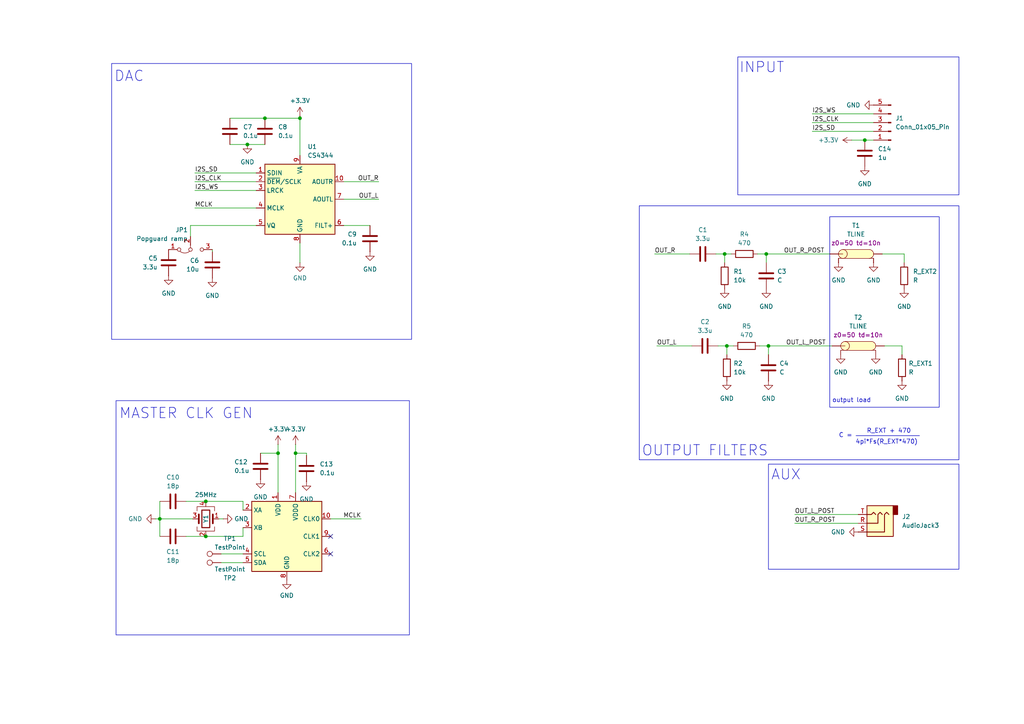
<source format=kicad_sch>
(kicad_sch (version 20231120) (generator "eeschema") (generator_version "8.0")
  (paper "A4")
  (lib_symbols
    (symbol "Audio:CS4344"
      (property "Reference" "U" (at -10.16 11.43 0))
      (property "Value" "CS4344" (at 6.35 11.43 0))
      (symbol "CS4344_0_1"
        (rectangle (start -10.16 10.16) (end 10.16 -10.16) (stroke (width 0.254)) (fill (type background)))
      )
      (symbol "CS4344_1_1"
        (pin input line (at -12.7 7.62 0) (length 2.54) (name "SDIN") (number "1"))
        (pin output line (at 12.7 5.08 180) (length 2.54) (name "AOUTR") (number "10"))
        (pin input line (at -12.7 5.08 0) (length 2.54) (name "~{DEM}/SCLK") (number "2"))
        (pin input line (at -12.7 2.54 0) (length 2.54) (name "LRCK") (number "3"))
        (pin input line (at -12.7 -2.54 0) (length 2.54) (name "MCLK") (number "4"))
        (pin output line (at -12.7 -7.62 0) (length 2.54) (name "VQ") (number "5"))
        (pin output line (at 12.7 -7.62 180) (length 2.54) (name "FILT+") (number "6"))
        (pin output line (at 12.7 0 180) (length 2.54) (name "AOUTL") (number "7"))
        (pin power_in line (at 0 -12.7 90) (length 2.54) (name "GND") (number "8"))
        (pin power_in line (at 0 12.7 270) (length 2.54) (name "VA") (number "9"))
      )
    )
    (symbol "Connector:Conn_01x05_Pin" (pin_names (offset 1.016) hide)
      (property "Reference" "J" (at 0 7.62 0))
      (property "Value" "Conn_01x05_Pin" (at 0 -7.62 0))
      (symbol "Conn_01x05_Pin_1_1"
        (polyline (pts (xy 1.27 -5.08) (xy 0.8636 -5.08)) (stroke (width 0.1524)))
        (polyline (pts (xy 1.27 -2.54) (xy 0.8636 -2.54)) (stroke (width 0.1524)))
        (polyline (pts (xy 1.27 0) (xy 0.8636 0)) (stroke (width 0.1524)))
        (polyline (pts (xy 1.27 2.54) (xy 0.8636 2.54)) (stroke (width 0.1524)))
        (polyline (pts (xy 1.27 5.08) (xy 0.8636 5.08)) (stroke (width 0.1524)))
        (rectangle (start 0.8636 -4.953) (end 0 -5.207) (stroke (width 0.1524)) (fill (type outline)))
        (rectangle (start 0.8636 -2.413) (end 0 -2.667) (stroke (width 0.1524)) (fill (type outline)))
        (rectangle (start 0.8636 0.127) (end 0 -0.127) (stroke (width 0.1524)) (fill (type outline)))
        (rectangle (start 0.8636 2.667) (end 0 2.413) (stroke (width 0.1524)) (fill (type outline)))
        (rectangle (start 0.8636 5.207) (end 0 4.953) (stroke (width 0.1524)) (fill (type outline)))
        (pin passive line (at 5.08 5.08 180) (length 3.81) (name "Pin_1") (number "1"))
        (pin passive line (at 5.08 2.54 180) (length 3.81) (name "Pin_2") (number "2"))
        (pin passive line (at 5.08 0 180) (length 3.81) (name "Pin_3") (number "3"))
        (pin passive line (at 5.08 -2.54 180) (length 3.81) (name "Pin_4") (number "4"))
        (pin passive line (at 5.08 -5.08 180) (length 3.81) (name "Pin_5") (number "5"))
      )
    )
    (symbol "Connector:TestPoint" (pin_numbers hide) (pin_names (offset 0.762) hide)
      (property "Reference" "TP" (at 0 6.858 0))
      (property "Value" "TestPoint" (at 0 5.08 0))
      (symbol "TestPoint_0_1"
        (circle (center 0 3.302) (radius 0.762))
      )
      (symbol "TestPoint_1_1"
        (pin passive line (at 0 0 90) (length 2.54) (name "1") (number "1"))
      )
    )
    (symbol "Connector_Audio:AudioJack3"
      (property "Reference" "J" (at 0 8.89 0))
      (property "Value" "AudioJack3" (at 0 6.35 0))
      (symbol "AudioJack3_0_1"
        (rectangle (start -5.08 -5.08) (end -6.35 -2.54) (stroke (width 0.254)) (fill (type outline)))
        (polyline (pts (xy 0 -2.54) (xy 0.635 -3.175) (xy 1.27 -2.54) (xy 2.54 -2.54)) (stroke (width 0.254)))
        (polyline (pts (xy -1.905 -2.54) (xy -1.27 -3.175) (xy -0.635 -2.54) (xy -0.635 0) (xy 2.54 0)) (stroke (width 0.254)))
        (polyline (pts (xy 2.54 2.54) (xy -2.54 2.54) (xy -2.54 -2.54) (xy -3.175 -3.175) (xy -3.81 -2.54)) (stroke (width 0.254)))
        (rectangle (start 2.54 3.81) (end -5.08 -5.08) (stroke (width 0.254)) (fill (type background)))
      )
      (symbol "AudioJack3_1_1"
        (pin passive line (at 5.08 0 180) (length 2.54) (name "~") (number "R"))
        (pin passive line (at 5.08 2.54 180) (length 2.54) (name "~") (number "S"))
        (pin passive line (at 5.08 -2.54 180) (length 2.54) (name "~") (number "T"))
      )
    )
    (symbol "Device:C" (pin_numbers hide) (pin_names (offset 0.254))
      (property "Reference" "C" (at 0.635 2.54 0))
      (property "Value" "C" (at 0.635 -2.54 0))
      (symbol "C_0_1"
        (polyline (pts (xy -2.032 -0.762) (xy 2.032 -0.762)) (stroke (width 0.508)))
        (polyline (pts (xy -2.032 0.762) (xy 2.032 0.762)) (stroke (width 0.508)))
      )
      (symbol "C_1_1"
        (pin passive line (at 0 3.81 270) (length 2.794) (name "~") (number "1"))
        (pin passive line (at 0 -3.81 90) (length 2.794) (name "~") (number "2"))
      )
    )
    (symbol "Device:Crystal_GND24" (pin_names (offset 1.016) hide)
      (property "Reference" "Y" (at 3.175 5.08 0))
      (property "Value" "Crystal_GND24" (at 3.175 3.175 0))
      (symbol "Crystal_GND24_0_1"
        (rectangle (start -1.143 2.54) (end 1.143 -2.54) (stroke (width 0.3048)))
        (polyline (pts (xy -2.54 0) (xy -2.032 0)))
        (polyline (pts (xy -2.032 -1.27) (xy -2.032 1.27)) (stroke (width 0.508)))
        (polyline (pts (xy 0 -3.81) (xy 0 -3.556)))
        (polyline (pts (xy 0 3.556) (xy 0 3.81)))
        (polyline (pts (xy 2.032 -1.27) (xy 2.032 1.27)) (stroke (width 0.508)))
        (polyline (pts (xy 2.032 0) (xy 2.54 0)))
        (polyline (pts (xy -2.54 -2.286) (xy -2.54 -3.556) (xy 2.54 -3.556) (xy 2.54 -2.286)))
        (polyline (pts (xy -2.54 2.286) (xy -2.54 3.556) (xy 2.54 3.556) (xy 2.54 2.286)))
      )
      (symbol "Crystal_GND24_1_1"
        (pin passive line (at -3.81 0 0) (length 1.27) (name "1") (number "1"))
        (pin passive line (at 0 5.08 270) (length 1.27) (name "2") (number "2"))
        (pin passive line (at 3.81 0 180) (length 1.27) (name "3") (number "3"))
        (pin passive line (at 0 -5.08 90) (length 1.27) (name "4") (number "4"))
      )
    )
    (symbol "Device:R" (pin_numbers hide) (pin_names (offset 0))
      (property "Reference" "R" (at 2.032 0 90))
      (property "Value" "R" (at 0 0 90))
      (symbol "R_0_1"
        (rectangle (start -1.016 -2.54) (end 1.016 2.54) (stroke (width 0.254)))
      )
      (symbol "R_1_1"
        (pin passive line (at 0 3.81 270) (length 1.27) (name "~") (number "1"))
        (pin passive line (at 0 -3.81 90) (length 1.27) (name "~") (number "2"))
      )
    )
    (symbol "Jumper:Jumper_3_Bridged12" (pin_names (offset 0) hide)
      (property "Reference" "JP" (at -2.54 -2.54 0))
      (property "Value" "Jumper_3_Bridged12" (at 0 2.794 0))
      (symbol "Jumper_3_Bridged12_0_0"
        (circle (center -3.302 0) (radius 0.508))
        (circle (center 0 0) (radius 0.508))
        (circle (center 3.302 0) (radius 0.508))
      )
      (symbol "Jumper_3_Bridged12_0_1"
        (arc (start -0.254 0.508) (mid -1.651 0.9912) (end -3.048 0.508))
        (polyline (pts (xy 0 -1.27) (xy 0 -0.508)))
      )
      (symbol "Jumper_3_Bridged12_1_1"
        (pin passive line (at -6.35 0 0) (length 2.54) (name "A") (number "1"))
        (pin passive line (at 0 -3.81 90) (length 2.54) (name "C") (number "2"))
        (pin passive line (at 6.35 0 180) (length 2.54) (name "B") (number "3"))
      )
    )
    (symbol "Oscillator:Si5351A-B-GT"
      (property "Reference" "U" (at -8.89 11.43 0))
      (property "Value" "Si5351A-B-GT" (at -12.7 -12.7 0))
      (symbol "Si5351A-B-GT_0_1"
        (rectangle (start -10.16 10.16) (end 10.16 -10.16) (stroke (width 0.254)) (fill (type background)))
      )
      (symbol "Si5351A-B-GT_1_1"
        (pin power_in line (at -2.54 12.7 270) (length 2.54) (name "VDD") (number "1"))
        (pin output line (at 12.7 5.08 180) (length 2.54) (name "CLK0") (number "10"))
        (pin input line (at -12.7 7.62 0) (length 2.54) (name "XA") (number "2"))
        (pin input line (at -12.7 2.54 0) (length 2.54) (name "XB") (number "3"))
        (pin input line (at -12.7 -5.08 0) (length 2.54) (name "SCL") (number "4"))
        (pin bidirectional line (at -12.7 -7.62 0) (length 2.54) (name "SDA") (number "5"))
        (pin output line (at 12.7 -5.08 180) (length 2.54) (name "CLK2") (number "6"))
        (pin power_in line (at 2.54 12.7 270) (length 2.54) (name "VDDO") (number "7"))
        (pin power_in line (at 0 -12.7 90) (length 2.54) (name "GND") (number "8"))
        (pin output line (at 12.7 0 180) (length 2.54) (name "CLK1") (number "9"))
      )
    )
    (symbol "Simulation_SPICE:TLINE" (pin_numbers hide) (in_bom no) (on_board no)
      (property "Reference" "T" (at 0 7.62 0))
      (property "Value" "TLINE" (at 0 5.08 0))
      (property "Sim.Params" "z0=50 td=10n" (at 0 2.54 0))
      (symbol "TLINE_0_1"
        (circle (center -3.81 0) (radius 1.27))
        (circle (center -3.81 0) (radius 1.27) (stroke (width -0.0001)) (fill (type background)))
        (rectangle (start -3.81 1.27) (end 3.81 -1.27) (stroke (width -0.0001)) (fill (type background)))
        (polyline (pts (xy -5.08 -1.27) (xy 3.81 -1.27)))
        (polyline (pts (xy -3.81 0) (xy -5.08 0)))
        (polyline (pts (xy -3.81 1.27) (xy 3.81 1.27)))
        (polyline (pts (xy 5.08 -1.27) (xy 3.81 -1.27)))
        (circle (center 3.81 0) (radius 1.27) (stroke (width -0.0001)) (fill (type background)))
        (arc (start 3.8776 -1.27) (mid 5.0818 0) (end 3.8776 1.27))
      )
      (symbol "TLINE_1_1"
        (pin passive line (at -7.62 0 0) (length 2.54) (name "") (number "1"))
        (pin passive line (at -5.08 -2.54 90) (length 1.27) (name "") (number "2"))
        (pin passive line (at 7.62 0 180) (length 2.54) (name "") (number "3"))
        (pin passive line (at 5.08 -2.54 90) (length 1.27) (name "") (number "4"))
      )
    )
    (symbol "power:+3.3V" (power) (pin_numbers hide) (pin_names (offset 0) hide)
      (property "Value" "+3.3V" (at 0 3.556 0))
      (symbol "+3.3V_0_1"
        (polyline (pts (xy -0.762 1.27) (xy 0 2.54)))
        (polyline (pts (xy 0 0) (xy 0 2.54)))
        (polyline (pts (xy 0 2.54) (xy 0.762 1.27)))
      )
      (symbol "+3.3V_1_1"
        (pin power_in line (at 0 0 90) (length 0) (name "~") (number "1"))
      )
    )
    (symbol "power:GND" (power) (pin_numbers hide) (pin_names (offset 0) hide)
      (property "Value" "GND" (at 0 -3.81 0))
      (symbol "GND_0_1"
        (polyline (pts (xy 0 0) (xy 0 -1.27) (xy 1.27 -1.27) (xy 0 -2.54) (xy -1.27 -1.27) (xy 0 -1.27)))
      )
      (symbol "GND_1_1"
        (pin power_in line (at 0 0 270) (length 0) (name "~") (number "1"))
      )
    )
  )
  (junction (at 59.69 155.575))
  (junction (at 222.885 100.33))
  (junction (at 210.82 100.33))
  (junction (at 222.25 73.66))
  (junction (at 59.69 145.415))
  (junction (at 71.755 41.91))
  (junction (at 250.825 40.64))
  (junction (at 86.995 34.29))
  (junction (at 46.355 150.495))
  (junction (at 210.185 73.66))
  (junction (at 76.835 34.29))
  (junction (at 85.725 131.445))
  (junction (at 80.645 131.445))
  (no_connect (at 95.885 160.655))
  (no_connect (at 95.885 155.575))
  (wire (pts (xy 261.62 102.87) (xy 261.62 100.33)))
  (wire (pts (xy 66.675 34.29) (xy 76.835 34.29)))
  (wire (pts (xy 85.725 131.445) (xy 85.725 142.875)))
  (wire (pts (xy 235.585 33.02) (xy 253.365 33.02)))
  (wire (pts (xy 64.135 160.655) (xy 70.485 160.655)))
  (wire (pts (xy 53.975 155.575) (xy 59.69 155.575)))
  (wire (pts (xy 64.135 163.195) (xy 70.485 163.195)))
  (wire (pts (xy 247.015 40.64) (xy 250.825 40.64)))
  (wire (pts (xy 55.245 65.405) (xy 74.295 65.405)))
  (wire (pts (xy 46.355 150.495) (xy 46.355 145.415)))
  (wire (pts (xy 220.345 100.33) (xy 222.885 100.33)))
  (wire (pts (xy 222.25 73.66) (xy 240.665 73.66)))
  (wire (pts (xy 76.835 34.29) (xy 86.995 34.29)))
  (wire (pts (xy 71.755 41.91) (xy 76.835 41.91)))
  (wire (pts (xy 210.185 73.66) (xy 212.09 73.66)))
  (wire (pts (xy 59.69 145.415) (xy 70.485 145.415)))
  (wire (pts (xy 55.245 68.58) (xy 55.245 65.405)))
  (wire (pts (xy 107.315 65.405) (xy 99.695 65.405)))
  (wire (pts (xy 200.025 73.66) (xy 189.865 73.66)))
  (wire (pts (xy 210.82 100.33) (xy 210.82 102.87)))
  (wire (pts (xy 222.885 100.33) (xy 241.3 100.33)))
  (wire (pts (xy 85.725 128.905) (xy 85.725 131.445)))
  (wire (pts (xy 210.82 100.33) (xy 212.725 100.33)))
  (wire (pts (xy 70.485 155.575) (xy 70.485 153.035)))
  (wire (pts (xy 207.645 73.66) (xy 210.185 73.66)))
  (wire (pts (xy 230.505 151.765) (xy 248.92 151.765)))
  (wire (pts (xy 56.515 55.245) (xy 74.295 55.245)))
  (wire (pts (xy 53.975 145.415) (xy 59.69 145.415)))
  (wire (pts (xy 46.355 150.495) (xy 46.355 155.575)))
  (wire (pts (xy 200.66 100.33) (xy 190.5 100.33)))
  (wire (pts (xy 86.995 76.2) (xy 86.995 70.485)))
  (wire (pts (xy 80.645 131.445) (xy 80.645 142.875)))
  (wire (pts (xy 66.675 41.91) (xy 71.755 41.91)))
  (wire (pts (xy 210.185 73.66) (xy 210.185 76.2)))
  (wire (pts (xy 61.595 73.025) (xy 61.595 72.39)))
  (wire (pts (xy 45.085 150.495) (xy 46.355 150.495)))
  (wire (pts (xy 86.995 34.29) (xy 86.995 45.085)))
  (wire (pts (xy 80.645 131.445) (xy 75.565 131.445)))
  (wire (pts (xy 56.515 60.325) (xy 74.295 60.325)))
  (wire (pts (xy 222.25 73.66) (xy 222.25 76.2)))
  (wire (pts (xy 208.28 100.33) (xy 210.82 100.33)))
  (wire (pts (xy 262.255 76.2) (xy 262.255 73.66)))
  (wire (pts (xy 219.71 73.66) (xy 222.25 73.66)))
  (wire (pts (xy 56.515 52.705) (xy 74.295 52.705)))
  (polyline (pts (xy 248.285 126.365) (xy 266.7 126.365)))
  (wire (pts (xy 46.355 150.495) (xy 55.88 150.495)))
  (wire (pts (xy 99.695 57.785) (xy 109.855 57.785)))
  (wire (pts (xy 95.885 150.495) (xy 104.775 150.495)))
  (wire (pts (xy 99.695 52.705) (xy 109.855 52.705)))
  (wire (pts (xy 56.515 50.165) (xy 74.295 50.165)))
  (wire (pts (xy 80.645 128.905) (xy 80.645 131.445)))
  (wire (pts (xy 63.5 150.495) (xy 64.77 150.495)))
  (wire (pts (xy 222.885 100.33) (xy 222.885 102.87)))
  (wire (pts (xy 86.995 33.655) (xy 86.995 34.29)))
  (wire (pts (xy 70.485 147.955) (xy 70.485 145.415)))
  (wire (pts (xy 235.585 38.1) (xy 253.365 38.1)))
  (wire (pts (xy 59.69 155.575) (xy 70.485 155.575)))
  (wire (pts (xy 250.825 40.64) (xy 253.365 40.64)))
  (wire (pts (xy 235.585 35.56) (xy 253.365 35.56)))
  (wire (pts (xy 262.255 73.66) (xy 255.905 73.66)))
  (wire (pts (xy 230.505 149.225) (xy 248.92 149.225)))
  (wire (pts (xy 85.725 131.445) (xy 88.9 131.445)))
  (wire (pts (xy 261.62 100.33) (xy 256.54 100.33)))
  (wire (pts (xy 88.9 131.445) (xy 88.9 132.08)))
  (rectangle (start 185.42 59.69) (end 278.13 133.35))
  (rectangle (start 32.385 18.415) (end 119.38 98.425))
  (rectangle (start 33.655 116.205) (end 118.745 184.15))
  (rectangle (start 240.665 62.865) (end 272.415 118.11))
  (rectangle (start 222.885 134.62) (end 278.13 165.1))
  (rectangle (start 213.995 16.51) (end 278.13 56.515))
  (text "OUTPUT FILTERS" (at 204.47 130.81 0) (effects (font (size 3 3))))
  (text "4pi*Fs(R_EXT*470)" (at 257.175 128.27 0) (effects (font (size 1.27 1.27))))
  (text "output load" (at 247.015 116.205 0) (effects (font (size 1.27 1.27))))
  (text "DAC" (at 37.465 22.225 0) (effects (font (size 3 3))))
  (text "AUX" (at 227.965 137.795 0) (effects (font (size 3 3))))
  (text "C = \n" (at 245.745 126.365 0) (effects (font (size 1.27 1.27))))
  (text "INPUT" (at 220.98 19.685 0) (effects (font (size 3 3))))
  (text "R_EXT + 470" (at 257.81 125.095 0) (effects (font (size 1.27 1.27))))
  (text "MASTER CLK GEN" (at 53.975 120.015 0) (effects (font (size 3 3))))
  (label "I2S_SD" (at 235.585 38.1 0))
  (label "I2S_WS" (at 56.515 55.245 0))
  (label "MCLK" (at 56.515 60.325 0))
  (label "OUT_R_POST" (at 227.33 73.66 0))
  (label "I2S_CLK" (at 235.585 35.56 0))
  (label "OUT_R_POST" (at 230.505 151.765 0))
  (label "I2S_SD" (at 56.515 50.165 0))
  (label "OUT_R" (at 189.865 73.66 0))
  (label "OUT_L_POST" (at 230.505 149.225 0))
  (label "MCLK" (at 104.775 150.495 180))
  (label "OUT_L_POST" (at 227.965 100.33 0))
  (label "I2S_CLK" (at 56.515 52.705 0))
  (label "OUT_L" (at 190.5 100.33 0))
  (label "OUT_L" (at 109.855 57.785 180))
  (label "OUT_R" (at 109.855 52.705 180))
  (label "I2S_WS" (at 235.585 33.02 0))
  (symbol (lib_id "power:GND") (at 248.92 154.305 270) (unit 1)
    (property "Reference" "#PWR07" (effects (hide yes)))
    (property "Value" "GND" (at 245.11 154.3049 90) (effects (justify right)))
    (property "Description" "Power symbol creates a global label with name \"GND\" , ground" (effects (hide yes)))
  )
  (symbol (lib_id "Device:C") (at 250.825 44.45 0) (unit 1)
    (property "Reference" "C14" (at 254.635 43.1799 0) (effects (justify left)))
    (property "Value" "1u" (at 254.635 45.7199 0) (effects (justify left)))
    (property "Footprint" "Capacitor_SMD:C_0805_2012Metric" (effects (hide yes)))
    (property "Description" "Unpolarized capacitor" (effects (hide yes)))
  )
  (symbol (lib_id "power:GND") (at 48.895 80.01 0) (mirror y) (unit 1)
    (property "Reference" "#PWR014" (effects (hide yes)))
    (property "Value" "GND" (at 48.895 85.09 0))
    (property "Description" "Power symbol creates a global label with name \"GND\" , ground" (effects (hide yes)))
  )
  (symbol (lib_id "Device:C") (at 107.315 69.215 0) (mirror y) (unit 1)
    (property "Reference" "C9" (at 103.505 67.9449 0) (effects (justify left)))
    (property "Value" "0.1u" (at 103.505 70.4849 0) (effects (justify left)))
    (property "Footprint" "Capacitor_SMD:C_0805_2012Metric" (effects (hide yes)))
    (property "Description" "Unpolarized capacitor" (effects (hide yes)))
  )
  (symbol (lib_id "power:GND") (at 250.825 48.26 0) (unit 1)
    (property "Reference" "#PWR027" (effects (hide yes)))
    (property "Value" "GND" (at 250.825 53.34 0))
    (property "Description" "Power symbol creates a global label with name \"GND\" , ground" (effects (hide yes)))
  )
  (symbol (lib_id "Simulation_SPICE:TLINE") (at 248.285 73.66 0) (unit 1) (in_bom no) (on_board no)
    (property "Reference" "T1" (at 248.2859 65.405 0))
    (property "Value" "TLINE" (at 248.2859 67.945 0))
    (property "Footprint" "_" (effects (hide yes)))
    (property "Datasheet" "https://ngspice.sourceforge.io/docs/ngspice-html-manual/manual.xhtml#sec_Lossless_Transmission_Lines" (effects (hide yes)))
    (property "Description" "Lossless transmission line, for simulation only" (effects (hide yes)))
    (property "Sim.Device" "TLINE" (effects (hide yes)))
    (property "Sim.Pins" "1=1+ 2=1- 3=2+ 4=2-" (effects (hide yes)))
    (property "Sim.Params" "z0=50 td=10n" (at 248.2859 70.485 0))
  )
  (symbol (lib_id "power:GND") (at 75.565 139.065 0) (unit 1)
    (property "Reference" "#PWR022" (effects (hide yes)))
    (property "Value" "GND" (at 75.565 144.145 0))
    (property "Description" "Power symbol creates a global label with name \"GND\" , ground" (effects (hide yes)))
  )
  (symbol (lib_id "Device:C") (at 61.595 76.835 0) (mirror y) (unit 1)
    (property "Reference" "C6" (at 57.785 75.5649 0) (effects (justify left)))
    (property "Value" "10u" (at 57.785 78.1049 0) (effects (justify left)))
    (property "Footprint" "Capacitor_SMD:C_0805_2012Metric" (effects (hide yes)))
    (property "Description" "Unpolarized capacitor" (effects (hide yes)))
  )
  (symbol (lib_id "Device:C") (at 204.47 100.33 270) (unit 1)
    (property "Reference" "C2" (at 204.47 93.345 90))
    (property "Value" "3.3u" (at 204.47 95.885 90))
    (property "Footprint" "Capacitor_SMD:C_0805_2012Metric" (effects (hide yes)))
    (property "Description" "Unpolarized capacitor" (effects (hide yes)))
  )
  (symbol (lib_id "power:+3.3V") (at 86.995 33.655 0) (unit 1)
    (property "Reference" "#PWR017" (effects (hide yes)))
    (property "Value" "+3.3V" (at 86.995 29.21 0))
    (property "Description" "Power symbol creates a global label with name \"+3.3V\"" (effects (hide yes)))
  )
  (symbol (lib_id "Device:R") (at 261.62 106.68 0) (unit 1)
    (property "Reference" "R_EXT1" (at 263.525 105.4099 0) (effects (justify left)))
    (property "Value" "R" (at 263.525 107.9499 0) (effects (justify left)))
    (property "Description" "Resistor" (effects (hide yes)))
  )
  (symbol (lib_id "Device:C") (at 88.9 135.89 0) (unit 1)
    (property "Reference" "C13" (at 92.71 134.6199 0) (effects (justify left)))
    (property "Value" "0.1u" (at 92.71 137.1599 0) (effects (justify left)))
    (property "Footprint" "Capacitor_SMD:C_0805_2012Metric" (effects (hide yes)))
    (property "Description" "Unpolarized capacitor" (effects (hide yes)))
  )
  (symbol (lib_id "Device:C") (at 203.835 73.66 270) (unit 1)
    (property "Reference" "C1" (at 203.835 66.675 90))
    (property "Value" "3.3u" (at 203.835 69.215 90))
    (property "Footprint" "Capacitor_SMD:C_0805_2012Metric" (effects (hide yes)))
    (property "Description" "Unpolarized capacitor" (effects (hide yes)))
  )
  (symbol (lib_id "power:GND") (at 61.595 80.645 0) (mirror y) (unit 1)
    (property "Reference" "#PWR015" (effects (hide yes)))
    (property "Value" "GND" (at 61.595 85.725 0))
    (property "Description" "Power symbol creates a global label with name \"GND\" , ground" (effects (hide yes)))
  )
  (symbol (lib_id "Audio:CS4344") (at 86.995 57.785 0) (unit 1)
    (property "Reference" "U1" (at 89.1891 42.545 0) (effects (justify left)))
    (property "Value" "CS4344" (at 89.1891 45.085 0) (effects (justify left)))
    (property "Footprint" "Package_SO:TSSOP-10_3x3mm_P0.5mm" (effects (hide yes)))
    (property "Datasheet" "https://statics.cirrus.com/pubs/proDatasheet/CS4344-45-48_F2.pdf" (effects (hide yes)))
    (property "Description" "16 to 24-Bit, 192 kHz Stereo D/A Converter, I2S Audio Format, TSSOP-10" (effects (hide yes)))
  )
  (symbol (lib_id "power:GND") (at 253.365 30.48 270) (unit 1)
    (property "Reference" "#PWR01" (effects (hide yes)))
    (property "Value" "GND" (at 249.555 30.4799 90) (effects (justify right)))
    (property "Description" "Power symbol creates a global label with name \"GND\" , ground" (effects (hide yes)))
  )
  (symbol (lib_id "power:GND") (at 45.085 150.495 270) (unit 1)
    (property "Reference" "#PWR020" (effects (hide yes)))
    (property "Value" "GND" (at 41.275 150.4949 90) (effects (justify right)))
    (property "Description" "Power symbol creates a global label with name \"GND\" , ground" (effects (hide yes)))
  )
  (symbol (lib_id "power:GND") (at 71.755 41.91 0) (unit 1)
    (property "Reference" "#PWR016" (effects (hide yes)))
    (property "Value" "GND" (at 71.755 46.99 0))
    (property "Description" "Power symbol creates a global label with name \"GND\" , ground" (effects (hide yes)))
  )
  (symbol (lib_id "power:GND") (at 86.995 76.2 0) (unit 1)
    (property "Reference" "#PWR018" (effects (hide yes)))
    (property "Value" "GND" (at 86.995 80.645 0))
    (property "Description" "Power symbol creates a global label with name \"GND\" , ground" (effects (hide yes)))
  )
  (symbol (lib_id "Device:Crystal_GND24") (at 59.69 150.495 180) (unit 1)
    (property "Reference" "Y1" (at 59.69 150.495 90))
    (property "Value" "25MHz" (at 59.69 143.51 0))
    (property "Footprint" "Crystal:Crystal_SMD_3225-4Pin_3.2x2.5mm" (effects (hide yes)))
    (property "Datasheet" "https://www.digikey.co.nz/en/products/detail/epson/TSX-3225-25-0000MF10P-C0/7430946" (effects (hide yes)))
    (property "Description" "Four pin crystal, GND on pins 2 and 4" (effects (hide yes)))
  )
  (symbol (lib_id "power:GND") (at 64.77 150.495 90) (unit 1)
    (property "Reference" "#PWR021" (effects (hide yes)))
    (property "Value" "GND" (at 67.945 150.4949 90) (effects (justify right)))
    (property "Description" "Power symbol creates a global label with name \"GND\" , ground" (effects (hide yes)))
  )
  (symbol (lib_id "power:GND") (at 107.315 73.025 0) (mirror y) (unit 1)
    (property "Reference" "#PWR019" (effects (hide yes)))
    (property "Value" "GND" (at 107.315 78.105 0))
    (property "Description" "Power symbol creates a global label with name \"GND\" , ground" (effects (hide yes)))
  )
  (symbol (lib_id "Device:C") (at 75.565 135.255 0) (unit 1)
    (property "Reference" "C12" (at 67.945 133.985 0) (effects (justify left)))
    (property "Value" "0.1u" (at 67.945 136.525 0) (effects (justify left)))
    (property "Footprint" "Capacitor_SMD:C_0805_2012Metric" (effects (hide yes)))
    (property "Description" "Unpolarized capacitor" (effects (hide yes)))
  )
  (symbol (lib_id "power:GND") (at 262.255 83.82 0) (unit 1)
    (property "Reference" "#PWR013" (effects (hide yes)))
    (property "Value" "GND" (at 262.255 88.9 0))
    (property "Description" "Power symbol creates a global label with name \"GND\" , ground" (effects (hide yes)))
  )
  (symbol (lib_id "Device:R") (at 216.535 100.33 90) (unit 1)
    (property "Reference" "R5" (at 216.535 94.615 90))
    (property "Value" "470" (at 216.535 97.155 90))
    (property "Footprint" "Resistor_SMD:R_0805_2012Metric" (effects (hide yes)))
    (property "Description" "Resistor" (effects (hide yes)))
  )
  (symbol (lib_id "Connector:TestPoint") (at 64.135 160.655 90) (unit 1)
    (property "Reference" "TP1" (at 66.675 156.21 90))
    (property "Value" "TestPoint" (at 66.675 158.75 90))
    (property "Footprint" "Connector_Wire:SolderWirePad_1x01_SMD_1x2mm" (effects (hide yes)))
    (property "Description" "test point" (effects (hide yes)))
  )
  (symbol (lib_id "Device:C") (at 76.835 38.1 0) (unit 1)
    (property "Reference" "C8" (at 80.645 36.8299 0) (effects (justify left)))
    (property "Value" "0.1u" (at 80.645 39.3699 0) (effects (justify left)))
    (property "Footprint" "Capacitor_SMD:C_0805_2012Metric" (effects (hide yes)))
    (property "Description" "Unpolarized capacitor" (effects (hide yes)))
  )
  (symbol (lib_id "power:GND") (at 210.185 83.82 0) (unit 1)
    (property "Reference" "#PWR02" (effects (hide yes)))
    (property "Value" "GND" (at 210.185 88.9 0))
    (property "Description" "Power symbol creates a global label with name \"GND\" , ground" (effects (hide yes)))
  )
  (symbol (lib_id "Device:R") (at 262.255 80.01 0) (unit 1)
    (property "Reference" "R_EXT2" (at 264.795 78.7399 0) (effects (justify left)))
    (property "Value" "R" (at 264.795 81.2799 0) (effects (justify left)))
    (property "Description" "Resistor" (effects (hide yes)))
  )
  (symbol (lib_id "Device:C") (at 50.165 145.415 90) (unit 1)
    (property "Reference" "C10" (at 50.165 138.43 90))
    (property "Value" "18p" (at 50.165 140.97 90))
    (property "Footprint" "Capacitor_SMD:C_0805_2012Metric" (effects (hide yes)))
    (property "Description" "Unpolarized capacitor" (effects (hide yes)))
  )
  (symbol (lib_id "Device:C") (at 222.885 106.68 0) (unit 1)
    (property "Reference" "C4" (at 226.06 105.4099 0) (effects (justify left)))
    (property "Value" "C" (at 226.06 107.9499 0) (effects (justify left)))
    (property "Footprint" "Capacitor_SMD:C_0805_2012Metric" (effects (hide yes)))
    (property "Description" "Unpolarized capacitor" (effects (hide yes)))
  )
  (symbol (lib_id "Connector_Audio:AudioJack3") (at 254 151.765 180) (unit 1)
    (property "Reference" "J2" (at 261.62 149.8599 0) (effects (justify right)))
    (property "Value" "AudioJack3" (at 261.62 152.3999 0) (effects (justify right)))
    (property "Footprint" "Connector_Audio:Jack_3.5mm_CUI_SJ-3523-SMT_Horizontal" (effects (hide yes)))
    (property "Description" "Audio Jack, 3 Poles (Stereo / TRS)" (effects (hide yes)))
  )
  (symbol (lib_id "Device:R") (at 215.9 73.66 90) (unit 1)
    (property "Reference" "R4" (at 215.9 67.945 90))
    (property "Value" "470" (at 215.9 70.485 90))
    (property "Footprint" "Resistor_SMD:R_0805_2012Metric" (effects (hide yes)))
    (property "Description" "Resistor" (effects (hide yes)))
  )
  (symbol (lib_id "Oscillator:Si5351A-B-GT") (at 83.185 155.575 0) (unit 1)
    (property "Reference" "U2" (effects (hide yes)))
    (property "Value" "Si5351A-B-GT" (effects (hide yes)))
    (property "Footprint" "Package_SO:MSOP-10_3x3mm_P0.5mm" (effects (hide yes)))
    (property "Datasheet" "https://www.silabs.com/documents/public/data-sheets/Si5351-B.pdf" (effects (hide yes)))
    (property "Description" "I2C Programmable Any-Frequency CMOS Clock Generator, MSOP-8" (effects (hide yes)))
  )
  (symbol (lib_id "power:+3.3V") (at 80.645 128.905 0) (unit 1)
    (property "Reference" "#PWR023" (effects (hide yes)))
    (property "Value" "+3.3V" (at 80.645 124.46 0))
    (property "Description" "Power symbol creates a global label with name \"+3.3V\"" (effects (hide yes)))
  )
  (symbol (lib_id "Connector:Conn_01x05_Pin") (at 258.445 35.56 180) (unit 1)
    (property "Reference" "J1" (at 259.715 34.2899 0) (effects (justify right)))
    (property "Value" "Conn_01x05_Pin" (at 259.715 36.8299 0) (effects (justify right)))
    (property "Footprint" "Connector_PinHeader_2.54mm:PinHeader_1x05_P2.54mm_Vertical" (effects (hide yes)))
    (property "Description" "Generic connector, single row, 01x05, script generated" (effects (hide yes)))
  )
  (symbol (lib_id "power:+3.3V") (at 85.725 128.905 0) (unit 1)
    (property "Reference" "#PWR025" (effects (hide yes)))
    (property "Value" "+3.3V" (at 85.725 124.46 0))
    (property "Description" "Power symbol creates a global label with name \"+3.3V\"" (effects (hide yes)))
  )
  (symbol (lib_id "power:GND") (at 222.25 83.82 0) (unit 1)
    (property "Reference" "#PWR05" (effects (hide yes)))
    (property "Value" "GND" (at 222.25 88.9 0))
    (property "Description" "Power symbol creates a global label with name \"GND\" , ground" (effects (hide yes)))
  )
  (symbol (lib_id "power:+3.3V") (at 247.015 40.64 90) (unit 1)
    (property "Reference" "#PWR03" (effects (hide yes)))
    (property "Value" "+3.3V" (at 243.205 40.6399 90) (effects (justify left)))
    (property "Description" "Power symbol creates a global label with name \"+3.3V\"" (effects (hide yes)))
  )
  (symbol (lib_id "power:GND") (at 243.84 102.87 0) (unit 1)
    (property "Reference" "#PWR09" (effects (hide yes)))
    (property "Value" "GND" (at 243.84 107.95 0))
    (property "Description" "Power symbol creates a global label with name \"GND\" , ground" (effects (hide yes)))
  )
  (symbol (lib_id "power:GND") (at 210.82 110.49 0) (unit 1)
    (property "Reference" "#PWR04" (effects (hide yes)))
    (property "Value" "GND" (at 210.82 115.57 0))
    (property "Description" "Power symbol creates a global label with name \"GND\" , ground" (effects (hide yes)))
  )
  (symbol (lib_id "power:GND") (at 243.205 76.2 0) (unit 1)
    (property "Reference" "#PWR08" (effects (hide yes)))
    (property "Value" "GND" (at 243.205 81.28 0))
    (property "Description" "Power symbol creates a global label with name \"GND\" , ground" (effects (hide yes)))
  )
  (symbol (lib_id "Jumper:Jumper_3_Bridged12") (at 55.245 72.39 0) (mirror x) (unit 1)
    (property "Reference" "JP1" (at 52.705 66.675 0))
    (property "Value" "Popguard ramp" (at 46.99 69.215 0))
    (property "Footprint" "Jumper:SolderJumper-3_P1.3mm_Open_Pad1.0x1.5mm" (effects (hide yes)))
    (property "Description" "Jumper, 3-pole, pins 1+2 closed/bridged" (effects (hide yes)))
  )
  (symbol (lib_id "power:GND") (at 222.885 110.49 0) (unit 1)
    (property "Reference" "#PWR06" (effects (hide yes)))
    (property "Value" "GND" (at 222.885 115.57 0))
    (property "Description" "Power symbol creates a global label with name \"GND\" , ground" (effects (hide yes)))
  )
  (symbol (lib_id "Device:C") (at 222.25 80.01 0) (unit 1)
    (property "Reference" "C3" (at 225.425 78.7399 0) (effects (justify left)))
    (property "Value" "C" (at 225.425 81.2799 0) (effects (justify left)))
    (property "Footprint" "Capacitor_SMD:C_0805_2012Metric" (effects (hide yes)))
    (property "Description" "Unpolarized capacitor" (effects (hide yes)))
  )
  (symbol (lib_id "Device:R") (at 210.82 106.68 0) (unit 1)
    (property "Reference" "R2" (at 212.725 105.4099 0) (effects (justify left)))
    (property "Value" "10k" (at 212.725 107.9499 0) (effects (justify left)))
    (property "Footprint" "Resistor_SMD:R_0805_2012Metric" (effects (hide yes)))
    (property "Description" "Resistor" (effects (hide yes)))
  )
  (symbol (lib_id "power:GND") (at 261.62 110.49 0) (unit 1)
    (property "Reference" "#PWR012" (effects (hide yes)))
    (property "Value" "GND" (at 261.62 115.57 0))
    (property "Description" "Power symbol creates a global label with name \"GND\" , ground" (effects (hide yes)))
  )
  (symbol (lib_id "Device:C") (at 66.675 38.1 0) (unit 1)
    (property "Reference" "C7" (at 70.485 36.8299 0) (effects (justify left)))
    (property "Value" "0.1u" (at 70.485 39.3699 0) (effects (justify left)))
    (property "Footprint" "Capacitor_SMD:C_0805_2012Metric" (effects (hide yes)))
    (property "Description" "Unpolarized capacitor" (effects (hide yes)))
  )
  (symbol (lib_id "Device:C") (at 50.165 155.575 90) (unit 1)
    (property "Reference" "C11" (at 50.165 160.02 90))
    (property "Value" "18p" (at 50.165 162.56 90))
    (property "Footprint" "Capacitor_SMD:C_0805_2012Metric" (effects (hide yes)))
    (property "Description" "Unpolarized capacitor" (effects (hide yes)))
  )
  (symbol (lib_id "Device:R") (at 210.185 80.01 0) (unit 1)
    (property "Reference" "R1" (at 212.725 78.7399 0) (effects (justify left)))
    (property "Value" "10k" (at 212.725 81.2799 0) (effects (justify left)))
    (property "Footprint" "Resistor_SMD:R_0805_2012Metric" (effects (hide yes)))
    (property "Description" "Resistor" (effects (hide yes)))
  )
  (symbol (lib_id "power:GND") (at 254 102.87 0) (unit 1)
    (property "Reference" "#PWR011" (effects (hide yes)))
    (property "Value" "GND" (at 254 107.95 0))
    (property "Description" "Power symbol creates a global label with name \"GND\" , ground" (effects (hide yes)))
  )
  (symbol (lib_id "Device:C") (at 48.895 76.2 0) (mirror y) (unit 1)
    (property "Reference" "C5" (at 45.72 74.9299 0) (effects (justify left)))
    (property "Value" "3.3u" (at 45.72 77.4699 0) (effects (justify left)))
    (property "Footprint" "Capacitor_SMD:C_0805_2012Metric" (effects (hide yes)))
    (property "Description" "Unpolarized capacitor" (effects (hide yes)))
  )
  (symbol (lib_id "power:GND") (at 88.9 139.7 0) (unit 1)
    (property "Reference" "#PWR026" (effects (hide yes)))
    (property "Value" "GND" (at 88.9 144.78 0))
    (property "Description" "Power symbol creates a global label with name \"GND\" , ground" (effects (hide yes)))
  )
  (symbol (lib_id "Simulation_SPICE:TLINE") (at 248.92 100.33 0) (unit 1) (in_bom no) (on_board no)
    (property "Reference" "T2" (at 248.9209 92.075 0))
    (property "Value" "TLINE" (at 248.9209 94.615 0))
    (property "Footprint" "_" (effects (hide yes)))
    (property "Datasheet" "https://ngspice.sourceforge.io/docs/ngspice-html-manual/manual.xhtml#sec_Lossless_Transmission_Lines" (effects (hide yes)))
    (property "Description" "Lossless transmission line, for simulation only" (effects (hide yes)))
    (property "Sim.Device" "TLINE" (effects (hide yes)))
    (property "Sim.Pins" "1=1+ 2=1- 3=2+ 4=2-" (effects (hide yes)))
    (property "Sim.Params" "z0=50 td=10n" (at 248.9209 97.155 0))
  )
  (symbol (lib_id "power:GND") (at 83.185 168.275 0) (unit 1)
    (property "Reference" "#PWR024" (effects (hide yes)))
    (property "Value" "GND" (at 83.185 172.72 0))
    (property "Description" "Power symbol creates a global label with name \"GND\" , ground" (effects (hide yes)))
  )
  (symbol (lib_id "power:GND") (at 253.365 76.2 0) (unit 1)
    (property "Reference" "#PWR010" (effects (hide yes)))
    (property "Value" "GND" (at 253.365 81.28 0))
    (property "Description" "Power symbol creates a global label with name \"GND\" , ground" (effects (hide yes)))
  )
  (symbol (lib_id "Connector:TestPoint") (at 64.135 163.195 90) (mirror x) (unit 1)
    (property "Reference" "TP2" (at 66.675 167.64 90))
    (property "Value" "TestPoint" (at 66.675 165.1 90))
    (property "Footprint" "Connector_Wire:SolderWirePad_1x01_SMD_1x2mm" (effects (hide yes)))
    (property "Description" "test point" (effects (hide yes)))
  )
)
</source>
